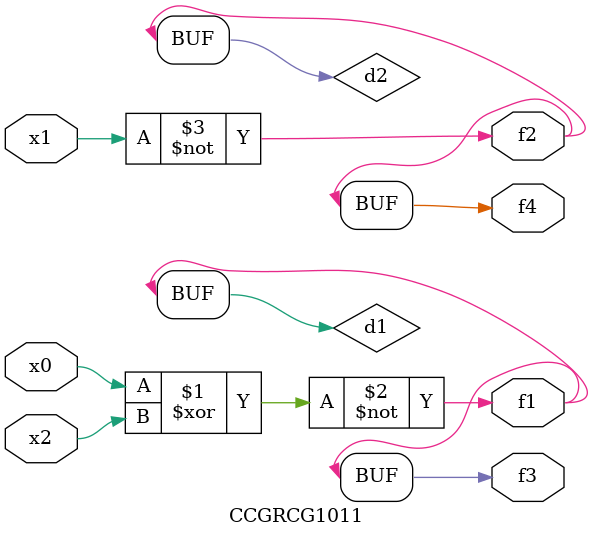
<source format=v>
module CCGRCG1011(
	input x0, x1, x2,
	output f1, f2, f3, f4
);

	wire d1, d2, d3;

	xnor (d1, x0, x2);
	nand (d2, x1);
	nor (d3, x1, x2);
	assign f1 = d1;
	assign f2 = d2;
	assign f3 = d1;
	assign f4 = d2;
endmodule

</source>
